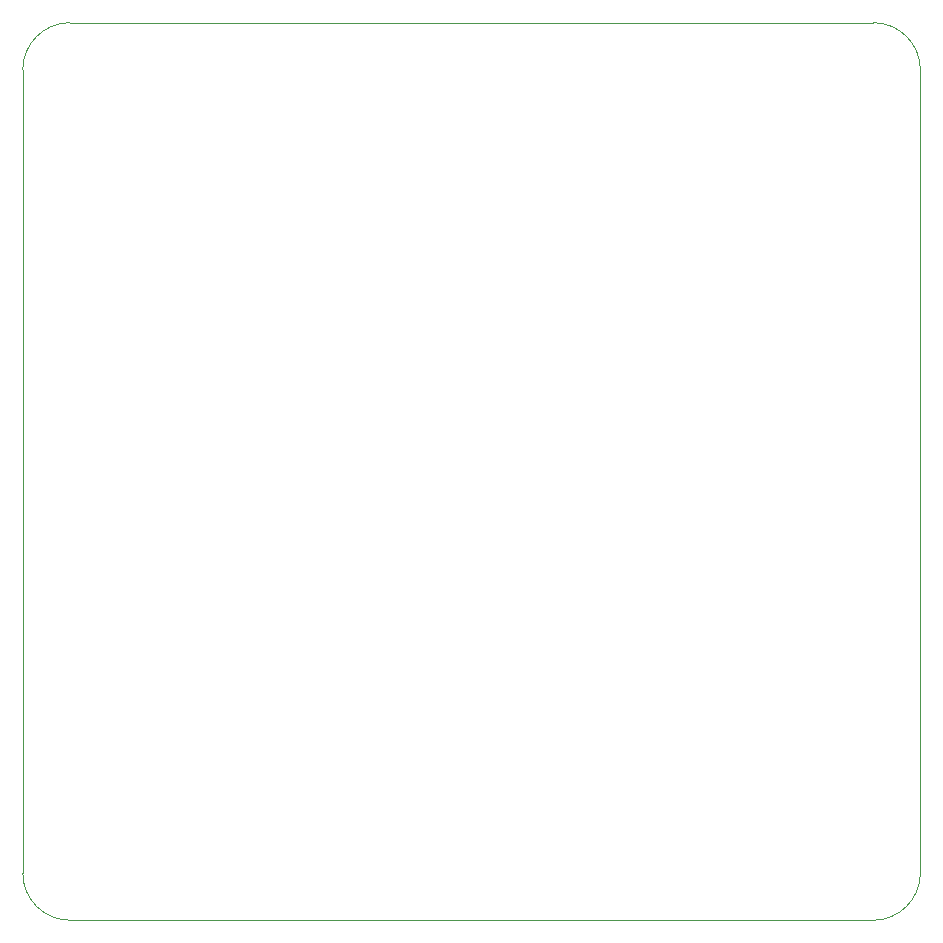
<source format=gm1>
G04 #@! TF.GenerationSoftware,KiCad,Pcbnew,(5.1.6)-1*
G04 #@! TF.CreationDate,2021-05-09T16:16:57+05:30*
G04 #@! TF.ProjectId,keychain,6b657963-6861-4696-9e2e-6b696361645f,rev?*
G04 #@! TF.SameCoordinates,Original*
G04 #@! TF.FileFunction,Profile,NP*
%FSLAX46Y46*%
G04 Gerber Fmt 4.6, Leading zero omitted, Abs format (unit mm)*
G04 Created by KiCad (PCBNEW (5.1.6)-1) date 2021-05-09 16:16:57*
%MOMM*%
%LPD*%
G01*
G04 APERTURE LIST*
G04 #@! TA.AperFunction,Profile*
%ADD10C,0.050000*%
G04 #@! TD*
G04 APERTURE END LIST*
D10*
X126000000Y-176000000D02*
G75*
G02*
X122000000Y-180000000I-4000000J0D01*
G01*
X54000000Y-180000000D02*
G75*
G02*
X50000000Y-176000000I0J4000000D01*
G01*
X54000000Y-180000000D02*
X122000000Y-180000000D01*
X50000000Y-108000000D02*
G75*
G02*
X54000000Y-104000000I4000000J0D01*
G01*
X122000000Y-104000000D02*
G75*
G02*
X126000000Y-108000000I0J-4000000D01*
G01*
X126000000Y-108000000D02*
X126000000Y-176000000D01*
X54000000Y-104000000D02*
X122000000Y-104000000D01*
X50000000Y-176000000D02*
X50000000Y-108000000D01*
M02*

</source>
